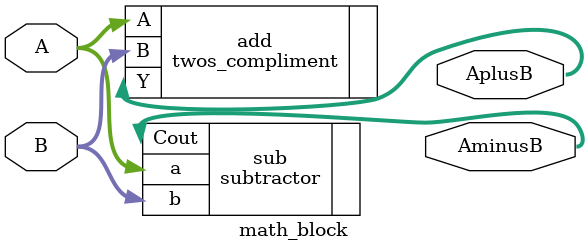
<source format=v>
module math_block(
    input [3:0] A,
    input [3:0] B,
    output reg [3:0] AplusB,
    output reg [3:0] AminusB
);

    // This one should be relatively easy.  You can either use your previous
    // four bit adders and two's compliment converters that you implemented in
    // previous labs, or set up some behavioral verilog to do the job for you

     // Always block to handle addition and subtraction
    // always @(*) begin
    //     AplusB = A + B;      
    //     AminusB = A - B;     
    // end

    twos_compliment add(
        .A(A),
        .B(B),
        .Y(AplusB)
    );

    subtractor sub(
        .a(A),
        .b(B),
        .Cout(AminusB)
    );

    
    
        

endmodule

</source>
